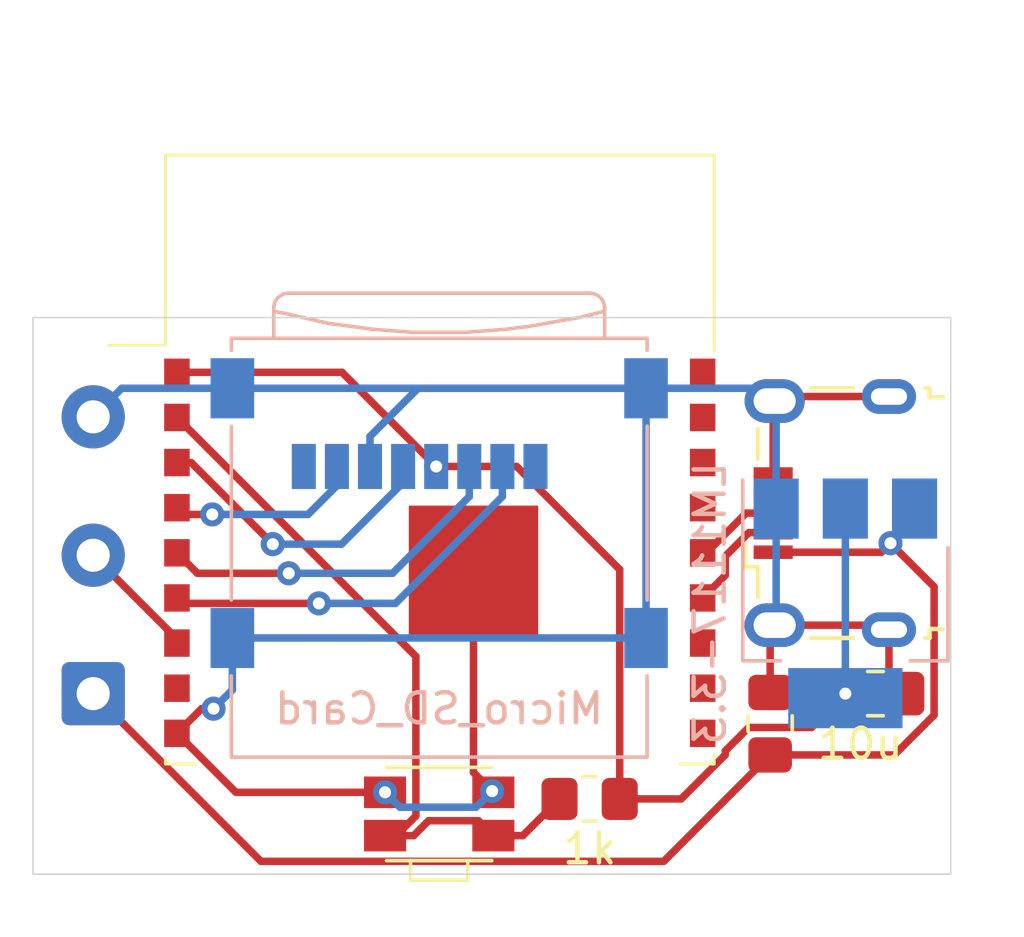
<source format=kicad_pcb>
(kicad_pcb (version 20211014) (generator pcbnew)
  (title_block (title "WS2812B 16x16 Matrix Display") (date "2022-02-15") (rev "1.0.0") (company "Willow Herron") (comment 1 "A simple display driver for a 16x16 matrix of WS2812B ARGB LEDs") (comment 2 "Reads an image from an SD card over SPI, and puts it to the display"))
  (layers (0 "F.Cu" signal) (31 "B.Cu" signal) (34 "B.Paste" user) (35 "F.Paste" user) (36 "B.SilkS" user "B.Silkscreen") (37 "F.SilkS" user "F.Silkscreen") (38 "B.Mask" user) (39 "F.Mask" user) (44 "Edge.Cuts" user))
  (net 0 "")
  (net 1 "GND")
  (net 2 "+5V")
  (net 3 "+3V3")
  (net 4 "D+")
  (net 5 "D-")
  (net 6 "LED_DAT")
  (net 7 "CS")
  (net 8 "MOSI")
  (net 9 "MISO")
  (net 10 "SCK")
  (net 11 "/Reset")
  (footprint "Capacitor_SMD:C_0805_2012Metric_Pad1.18x1.45mm_HandSolder" (layer "F.Cu") (at 158 99.312501)
    (fp_text reference "C2")
    (fp_text value "10u" (at -0.5 1.68) (layer "F.SilkS"))
    (fp_line (start -0.261252 -0.735) (end 0.261252 -0.735) (layer "F.SilkS") (width 0.12))
    (fp_line (start -0.261252 0.735) (end 0.261252 0.735) (layer "F.SilkS") (width 0.12))
    (pad "1" smd roundrect locked (at -1.0375 0) (size 1.175 1.45) (layers "F.Cu" "F.Paste" "F.Mask") (roundrect_rratio 0.2127659574) (net 3 "+3V3"))
    (pad "2" smd roundrect locked (at 1.0375 0) (size 1.175 1.45) (layers "F.Cu" "F.Paste" "F.Mask") (roundrect_rratio 0.2127659574) (net 1 "GND"))
  )
  (footprint "Connector_Wire:SolderWire-0.5sqmm_1x03_P4.6mm_D0.9mm_OD2.1mm" (layer "F.Cu") (at 132 99.312501 90)
    (fp_text reference "J2")
    (fp_text value "Conn_01x03")
    (pad "1" thru_hole roundrect locked (at 0 0 90) (size 2.1 2.1) (drill 1.1) (layers *.Cu *.Mask) (roundrect_rratio 0.1190480952) (net 2 "+5V"))
    (pad "2" thru_hole circle locked (at 4.6 0 90) (size 2.1 2.1) (drill 1.1) (layers *.Cu *.Mask) (net 6 "LED_DAT"))
    (pad "3" thru_hole circle locked (at 9.2 0 90) (size 2.1 2.1) (drill 1.1) (layers *.Cu *.Mask) (net 1 "GND"))
  )
  (footprint "Resistor_SMD:R_0805_2012Metric_Pad1.20x1.40mm_HandSolder" (layer "F.Cu") (at 148.5 102.812501)
    (fp_text reference "R1")
    (fp_text value "1k" (at 0 1.65) (layer "F.SilkS"))
    (fp_line (start -0.227064 -0.735) (end 0.227064 -0.735) (layer "F.SilkS") (width 0.12))
    (fp_line (start -0.227064 0.735) (end 0.227064 0.735) (layer "F.SilkS") (width 0.12))
    (pad "1" smd roundrect locked (at -1 0) (size 1.2 1.4) (layers "F.Cu" "F.Paste" "F.Mask") (roundrect_rratio 0.2083333333) (net 11 "/Reset"))
    (pad "2" smd roundrect locked (at 1 0) (size 1.2 1.4) (layers "F.Cu" "F.Paste" "F.Mask") (roundrect_rratio 0.2083333333) (net 3 "+3V3"))
  )
  (footprint "Button_Switch_SMD:SW_SPST_EVQP7C" (layer "F.Cu") (at 143.5 103.312501)
    (fp_text reference "SW1")
    (fp_text value "RESET")
    (fp_line (start -0.95 2.2) (end -0.95 1.55) (layer "F.SilkS") (width 0.12))
    (fp_line (start 0.95 1.55) (end 0.95 2.2) (layer "F.SilkS") (width 0.12))
    (fp_line (start -1.75 -1.55) (end 1.75 -1.55) (layer "F.SilkS") (width 0.12))
    (fp_line (start 1.75 1.55) (end -1.75 1.55) (layer "F.SilkS") (width 0.12))
    (fp_line (start 0.95 2.2) (end -0.95 2.2) (layer "F.SilkS") (width 0.12))
    (pad "" np_thru_hole circle locked (at 0 0.9) (size 0.7 0.7) (drill 0.7) (layers *.Cu *.Mask))
    (pad "" np_thru_hole circle locked (at 0 -0.9) (size 0.7 0.7) (drill 0.7) (layers *.Cu *.Mask))
    (pad "1" smd rect locked (at 1.8 -0.72) (size 1.4 1.05) (layers "F.Cu" "F.Paste" "F.Mask") (net 1 "GND"))
    (pad "1" smd rect locked (at -1.8 -0.72) (size 1.4 1.05) (layers "F.Cu" "F.Paste" "F.Mask") (net 1 "GND"))
    (pad "2" smd rect locked (at 1.8 0.72) (size 1.4 1.05) (layers "F.Cu" "F.Paste" "F.Mask") (net 11 "/Reset"))
    (pad "2" smd rect locked (at -1.8 0.72) (size 1.4 1.05) (layers "F.Cu" "F.Paste" "F.Mask") (net 11 "/Reset"))
  )
  (footprint "Connector_USB:USB_Micro-B_Wuerth_629105150521" (layer "F.Cu") (at 156.5 93.312501 90)
    (fp_text reference "J1")
    (fp_text value "USB_B_Micro")
    (fp_line (start -1.8 -2.825) (end -1.8 -2.4) (layer "F.SilkS") (width 0.15))
    (fp_line (start -4.15 -0.65) (end -4.15 0.75) (layer "F.SilkS") (width 0.15))
    (fp_line (start 4.15 3.3) (end 4.15 3.15) (layer "F.SilkS") (width 0.15))
    (fp_line (start -4.15 3.15) (end -4.15 3.3) (layer "F.SilkS") (width 0.15))
    (fp_line (start -1.075 -2.825) (end -1.8 -2.825) (layer "F.SilkS") (width 0.15))
    (fp_line (start -3.85 3.3) (end -3.85 3.75) (layer "F.SilkS") (width 0.15))
    (fp_line (start 1.8 -2.4) (end 2.8 -2.4) (layer "F.SilkS") (width 0.15))
    (fp_line (start 3.85 3.3) (end 4.15 3.3) (layer "F.SilkS") (width 0.15))
    (fp_line (start 4.15 0.75) (end 4.15 -0.65) (layer "F.SilkS") (width 0.15))
    (fp_line (start 3.85 3.75) (end 3.85 3.3) (layer "F.SilkS") (width 0.15))
    (fp_line (start -1.8 -2.4) (end -2.8 -2.4) (layer "F.SilkS") (width 0.15))
    (fp_line (start -4.15 3.3) (end -3.85 3.3) (layer "F.SilkS") (width 0.15))
    (pad "" np_thru_hole oval locked (at 2.5 -0.8 90) (size 0.8 0.8) (drill 0.8) (layers *.Cu *.Mask))
    (pad "" np_thru_hole oval locked (at -2.5 -0.8 90) (size 0.8 0.8) (drill 0.8) (layers *.Cu *.Mask))
    (pad "1" smd rect locked (at -1.3 -1.9 90) (size 0.45 1.3) (layers "F.Cu" "F.Paste" "F.Mask") (net 2 "+5V"))
    (pad "2" smd rect locked (at -0.65 -1.9 90) (size 0.45 1.3) (layers "F.Cu" "F.Paste" "F.Mask") (net 5 "D-"))
    (pad "3" smd rect locked (at 0 -1.9 90) (size 0.45 1.3) (layers "F.Cu" "F.Paste" "F.Mask") (net 4 "D+"))
    (pad "4" smd rect locked (at 0.65 -1.9 90) (size 0.45 1.3) (layers "F.Cu" "F.Paste" "F.Mask"))
    (pad "5" smd rect locked (at 1.3 -1.9 90) (size 0.45 1.3) (layers "F.Cu" "F.Paste" "F.Mask") (net 1 "GND"))
    (pad "6" thru_hole oval locked (at -3.875 1.95 90) (size 1.15 1.8) (drill oval 0.55 1.2) (layers *.Cu *.Mask) (net 1 "GND"))
    (pad "6" thru_hole oval locked (at -3.725 -1.85 90) (size 1.45 2) (drill oval 0.85 1.4) (layers *.Cu *.Mask) (net 1 "GND"))
    (pad "6" thru_hole oval locked (at 3.725 -1.85 90) (size 1.45 2) (drill oval 0.85 1.4) (layers *.Cu *.Mask) (net 1 "GND"))
    (pad "6" thru_hole oval locked (at 3.875 1.95 90) (size 1.15 1.8) (drill oval 0.55 1.2) (layers *.Cu *.Mask) (net 1 "GND"))
  )
  (footprint "RF_Module:ESP-WROOM-02" (layer "F.Cu") (at 143.52 94.632501)
    (fp_text reference "U2")
    (fp_text value "ESP32-C3-WROOM-02")
    (fp_line (start -9.12 6.8) (end -9.12 7.02) (layer "F.SilkS") (width 0.1))
    (fp_line (start -9.12 -13.22) (end 9.12 -13.22) (layer "F.SilkS") (width 0.1))
    (fp_line (start -9.12 -6.9) (end -11 -6.9) (layer "F.SilkS") (width 0.1))
    (fp_line (start 9.12 -13.22) (end 9.12 -6.7) (layer "F.SilkS") (width 0.1))
    (fp_line (start -9.12 -13.22) (end -9.12 -6.9) (layer "F.SilkS") (width 0.1))
    (fp_line (start 9.12 6.7) (end 9.12 7) (layer "F.SilkS") (width 0.1))
    (fp_line (start -9.12 7.02) (end -8.1 7.02) (layer "F.SilkS") (width 0.1))
    (fp_line (start 8 7.02) (end 9.12 7.02) (layer "F.SilkS") (width 0.1))
    (pad "1" smd rect locked (at -8.7375 -6) (size 0.85 0.9125) (layers "F.Cu" "F.Paste" "F.Mask") (net 3 "+3V3"))
    (pad "2" smd rect locked (at -8.7375 -4.5) (size 0.85 0.9125) (layers "F.Cu" "F.Paste" "F.Mask") (net 11 "/Reset"))
    (pad "3" smd rect locked (at -8.7375 -3) (size 0.85 0.9125) (layers "F.Cu" "F.Paste" "F.Mask") (net 10 "SCK"))
    (pad "4" smd rect locked (at -8.7375 -1.5) (size 0.85 0.9125) (layers "F.Cu" "F.Paste" "F.Mask") (net 9 "MISO"))
    (pad "5" smd rect locked (at -8.7375 0) (size 0.85 0.9125) (layers "F.Cu" "F.Paste" "F.Mask") (net 8 "MOSI"))
    (pad "6" smd rect locked (at -8.7375 1.5) (size 0.85 0.9125) (layers "F.Cu" "F.Paste" "F.Mask") (net 7 "CS"))
    (pad "7" smd rect locked (at -8.7375 3) (size 0.85 0.9125) (layers "F.Cu" "F.Paste" "F.Mask") (net 6 "LED_DAT"))
    (pad "8" smd rect locked (at -8.7375 4.5) (size 0.85 0.9125) (layers "F.Cu" "F.Paste" "F.Mask"))
    (pad "9" smd rect locked (at -8.7375 6) (size 0.85 0.9125) (layers "F.Cu" "F.Paste" "F.Mask") (net 1 "GND"))
    (pad "10" smd rect locked (at 8.7375 6) (size 0.85 0.9125) (layers "F.Cu" "F.Paste" "F.Mask"))
    (pad "11" smd rect locked (at 8.7375 4.5) (size 0.85 0.9125) (layers "F.Cu" "F.Paste" "F.Mask"))
    (pad "12" smd rect locked (at 8.7375 3) (size 0.85 0.9125) (layers "F.Cu" "F.Paste" "F.Mask"))
    (pad "13" smd rect locked (at 8.7375 1.5) (size 0.85 0.9125) (layers "F.Cu" "F.Paste" "F.Mask") (net 5 "D-"))
    (pad "14" smd rect locked (at 8.7375 0) (size 0.85 0.9125) (layers "F.Cu" "F.Paste" "F.Mask") (net 4 "D+"))
    (pad "15" smd rect locked (at 8.7375 -1.5) (size 0.85 0.9125) (layers "F.Cu" "F.Paste" "F.Mask"))
    (pad "16" smd rect locked (at 8.7375 -3) (size 0.85 0.9125) (layers "F.Cu" "F.Paste" "F.Mask"))
    (pad "17" smd rect locked (at 8.7375 -4.5) (size 0.85 0.9125) (layers "F.Cu" "F.Paste" "F.Mask"))
    (pad "18" smd rect locked (at 8.7375 -6) (size 0.85 0.9125) (layers "F.Cu" "F.Paste" "F.Mask"))
    (pad "19" smd rect locked (at 1.12 0.58) (size 4.3 4.3) (layers "F.Cu" "F.Paste" "F.Mask") (net 1 "GND"))
  )
  (footprint "Capacitor_SMD:C_0805_2012Metric_Pad1.18x1.45mm_HandSolder" (layer "F.Cu") (at 154.5 100.312501 90)
    (fp_text reference "C1")
    (fp_text value "10u")
    (fp_line (start -0.261252 0.735) (end 0.261252 0.735) (layer "F.SilkS") (width 0.12))
    (fp_line (start -0.261252 -0.735) (end 0.261252 -0.735) (layer "F.SilkS") (width 0.12))
    (pad "1" smd roundrect locked (at -1.0375 0 90) (size 1.175 1.45) (layers "F.Cu" "F.Paste" "F.Mask") (roundrect_rratio 0.2127659574) (net 2 "+5V"))
    (pad "2" smd roundrect locked (at 1.0375 0 90) (size 1.175 1.45) (layers "F.Cu" "F.Paste" "F.Mask") (roundrect_rratio 0.2127659574) (net 1 "GND"))
  )
  (footprint "Connector_Card:microSD_HC_Wuerth_693072010801" (layer "B.Cu") (at 143.5 93.312501 180)
    (fp_text reference "J3")
    (fp_text value "Micro_SD_Card" (at 0 -6.5) (layer "B.SilkS") (effects (justify mirror)))
    (fp_line (start 6.91 2.89) (end 6.91 -2.89) (layer "B.SilkS") (width 0.12))
    (fp_line (start 5.5 5.81) (end 5.5 6.81) (layer "B.SilkS") (width 0.12))
    (fp_line (start 6.91 5.81) (end 6.91 5.41) (layer "B.SilkS") (width 0.12))
    (fp_line (start -4.7 6.51) (end -3 6.21) (layer "B.SilkS") (width 0.12))
    (fp_line (start 0.9 6.01) (end 2.2 6.11) (layer "B.SilkS") (width 0.12))
    (fp_line (start -6.91 5.81) (end 6.91 5.81) (layer "B.SilkS") (width 0.12))
    (fp_line (start -5 7.31) (end 5 7.31) (layer "B.SilkS") (width 0.12))
    (fp_line (start 2.2 6.11) (end 3.7 6.31) (layer "B.SilkS") (width 0.12))
    (fp_line (start -3 6.21) (end -2.2 6.11) (layer "B.SilkS") (width 0.12))
    (fp_line (start -5.5 6.71) (end -4.7 6.51) (layer "B.SilkS") (width 0.12))
    (fp_line (start -5.5 5.81) (end -5.5 6.81) (layer "B.SilkS") (width 0.12))
    (fp_line (start -2.2 6.11) (end -0.9 6.01) (layer "B.SilkS") (width 0.12))
    (fp_line (start -6.91 2.89) (end -6.91 -2.89) (layer "B.SilkS") (width 0.12))
    (fp_line (start -0.9 6.01) (end 0.9 6.01) (layer "B.SilkS") (width 0.12))
    (fp_line (start 3.7 6.31) (end 5 6.61) (layer "B.SilkS") (width 0.12))
    (fp_line (start -6.91 5.81) (end -6.91 5.41) (layer "B.SilkS") (width 0.12))
    (fp_line (start 6.91 -8.11) (end -6.91 -8.11) (layer "B.SilkS") (width 0.12))
    (fp_line (start 5 6.61) (end 5.5 6.71) (layer "B.SilkS") (width 0.12))
    (fp_line (start -6.91 -5.41) (end -6.91 -8.11) (layer "B.SilkS") (width 0.12))
    (fp_line (start 6.91 -5.41) (end 6.91 -8.11) (layer "B.SilkS") (width 0.12))
    (fp_arc (start -5 7.31) (mid -5.353553 7.163553) (end -5.5 6.81) (layer "B.SilkS") (width 0.12))
    (fp_arc (start 5.5 6.81) (mid 5.353553 7.163553) (end 5 7.31) (layer "B.SilkS") (width 0.12))
    (pad "1" smd rect locked (at -3.2 1.55 180) (size 0.8 1.5) (layers "B.Cu" "B.Paste" "B.Mask"))
    (pad "2" smd rect locked (at -2.1 1.55 180) (size 0.8 1.5) (layers "B.Cu" "B.Paste" "B.Mask") (net 7 "CS"))
    (pad "3" smd rect locked (at -1 1.55 180) (size 0.8 1.5) (layers "B.Cu" "B.Paste" "B.Mask") (net 8 "MOSI"))
    (pad "4" smd rect locked (at 0.1 1.55 180) (size 0.8 1.5) (layers "B.Cu" "B.Paste" "B.Mask") (net 3 "+3V3"))
    (pad "5" smd rect locked (at 1.2 1.55 180) (size 0.8 1.5) (layers "B.Cu" "B.Paste" "B.Mask") (net 10 "SCK"))
    (pad "6" smd rect locked (at 2.3 1.55 180) (size 0.8 1.5) (layers "B.Cu" "B.Paste" "B.Mask") (net 1 "GND"))
    (pad "7" smd rect locked (at 3.4 1.55 180) (size 0.8 1.5) (layers "B.Cu" "B.Paste" "B.Mask") (net 9 "MISO"))
    (pad "8" smd rect locked (at 4.5 1.55 180) (size 0.8 1.5) (layers "B.Cu" "B.Paste" "B.Mask"))
    (pad "9" smd rect locked (at 6.875 -4.15 180) (size 1.45 2) (layers "B.Cu" "B.Paste" "B.Mask") (net 1 "GND"))
    (pad "9" smd rect locked (at -6.875 -4.15 180) (size 1.45 2) (layers "B.Cu" "B.Paste" "B.Mask") (net 1 "GND"))
    (pad "9" smd rect locked (at 6.875 4.15 180) (size 1.45 2) (layers "B.Cu" "B.Paste" "B.Mask") (net 1 "GND"))
    (pad "9" smd rect locked (at -6.875 4.15 180) (size 1.45 2) (layers "B.Cu" "B.Paste" "B.Mask") (net 1 "GND"))
  )
  (footprint "Package_TO_SOT_SMD:SOT-223-3_TabPin2" (layer "B.Cu") (at 157 96.312501 -90)
    (fp_text reference "U1")
    (fp_text value "LM1117-3.3" (at 0 4.5 90) (layer "B.SilkS") (effects (justify mirror)))
    (fp_line (start 1.91 -3.41) (end 1.91 -2.15) (layer "B.SilkS") (width 0.12))
    (fp_line (start -4.1 3.41) (end 1.91 3.41) (layer "B.SilkS") (width 0.12))
    (fp_line (start 1.91 3.41) (end 1.91 2.15) (layer "B.SilkS") (width 0.12))
    (fp_line (start -1.85 -3.41) (end 1.91 -3.41) (layer "B.SilkS") (width 0.12))
    (pad "1" smd rect locked (at -3.15 2.3 270) (size 2 1.5) (layers "B.Cu" "B.Paste" "B.Mask") (net 1 "GND"))
    (pad "2" smd rect locked (at 3.15 0 270) (size 2 3.8) (layers "B.Cu" "B.Paste" "B.Mask") (net 3 "+3V3"))
    (pad "2" smd rect locked (at -3.15 0 270) (size 2 1.5) (layers "B.Cu" "B.Paste" "B.Mask") (net 3 "+3V3"))
    (pad "3" smd rect locked (at -3.15 -2.3 270) (size 2 1.5) (layers "B.Cu" "B.Paste" "B.Mask") (net 2 "+5V"))
  )
  (gr_line (start 130 86.812501) (end 160.5 86.812501) (layer "Edge.Cuts") (width 0.05))
  (gr_line (start 160.5 86.812501) (end 160.5 105.312501) (layer "Edge.Cuts") (width 0.05))
  (gr_line (start 160.5 105.312501) (end 130 105.312501) (layer "Edge.Cuts") (width 0.05))
  (gr_line (start 130 105.312501) (end 130 86.812501) (layer "Edge.Cuts") (width 0.05))
  (segment (start 141.7 102.592501) (end 136.7425 102.592501) (width 0.25) (layer "F.Cu") (net 1))
  (segment (start 145.26 102.552501) (end 145.3 102.592501) (width 0.25) (layer "F.Cu") (net 1))
  (segment (start 154.5 99.275001) (end 154.5 97.187501) (width 0.25) (layer "F.Cu") (net 1))
  (segment (start 154.8 89.437501) (end 154.65 89.587501) (width 0.25) (layer "F.Cu") (net 1))
  (segment (start 136 99.812501) (end 135.6025 99.812501) (width 0.25) (layer "F.Cu") (net 1))
  (segment (start 144.64 101.932501) (end 145.26 102.552501) (width 0.25) (layer "F.Cu") (net 1))
  (segment (start 154.65 97.037501) (end 158.3 97.037501) (width 0.25) (layer "F.Cu") (net 1))
  (segment (start 135.6025 99.812501) (end 134.7825 100.632501) (width 0.25) (layer "F.Cu") (net 1))
  (segment (start 158.3 97.037501) (end 158.45 97.187501) (width 0.25) (layer "F.Cu") (net 1))
  (segment (start 141.7 102.592501) (end 141.7 102.592501) (width 0.25) (layer "F.Cu") (net 1))
  (segment (start 158.45 89.437501) (end 154.8 89.437501) (width 0.25) (layer "F.Cu") (net 1))
  (segment (start 154.6 92.012501) (end 154.6 89.637501) (width 0.25) (layer "F.Cu") (net 1))
  (segment (start 158.45 98.725001) (end 159.0375 99.312501) (width 0.25) (layer "F.Cu") (net 1))
  (segment (start 154.5 97.187501) (end 154.65 97.037501) (width 0.25) (layer "F.Cu") (net 1))
  (segment (start 158.45 97.187501) (end 158.45 98.725001) (width 0.25) (layer "F.Cu") (net 1))
  (segment (start 144.64 95.212501) (end 144.64 101.932501) (width 0.25) (layer "F.Cu") (net 1))
  (segment (start 136.7425 102.592501) (end 134.7825 100.632501) (width 0.25) (layer "F.Cu") (net 1))
  (segment (start 154.6 89.637501) (end 154.65 89.587501) (width 0.25) (layer "F.Cu") (net 1))
  (via (at 136 99.812501) (size 0.8) (drill 0.4) (layers "F.Cu" "B.Cu") (net 1))
  (via (at 145.26 102.552501) (size 0.8) (drill 0.4) (layers "F.Cu" "B.Cu") (net 1))
  (via (at 141.7 102.592501) (size 0.8) (drill 0.4) (layers "F.Cu" "B.Cu") (net 1))
  (segment (start 150.375 89.162501) (end 136.625 89.162501) (width 0.25) (layer "B.Cu") (net 1))
  (segment (start 154.7 93.162501) (end 154.7 89.637501) (width 0.25) (layer "B.Cu") (net 1))
  (segment (start 150.375 97.462501) (end 136.625 97.462501) (width 0.25) (layer "B.Cu") (net 1))
  (segment (start 136.625 97.462501) (end 136.625 99.187501) (width 0.25) (layer "B.Cu") (net 1))
  (segment (start 141.7 102.592501) (end 142.195001 103.087502) (width 0.25) (layer "B.Cu") (net 1))
  (segment (start 142.8 89.162501) (end 150.375 89.162501) (width 0.25) (layer "B.Cu") (net 1))
  (segment (start 150.375 89.162501) (end 154.225 89.162501) (width 0.25) (layer "B.Cu") (net 1))
  (segment (start 154.7 89.637501) (end 154.65 89.587501) (width 0.25) (layer "B.Cu") (net 1))
  (segment (start 136.625 99.187501) (end 136 99.812501) (width 0.25) (layer "B.Cu") (net 1))
  (segment (start 141.2 91.762501) (end 141.2 90.762501) (width 0.25) (layer "B.Cu") (net 1))
  (segment (start 150.375 89.162501) (end 150.375 97.462501) (width 0.25) (layer "B.Cu") (net 1))
  (segment (start 132.95 89.162501) (end 132 90.112501) (width 0.25) (layer "B.Cu") (net 1))
  (segment (start 144.724999 103.087502) (end 145.26 102.552501) (width 0.25) (layer "B.Cu") (net 1))
  (segment (start 142.195001 103.087502) (end 144.724999 103.087502) (width 0.25) (layer "B.Cu") (net 1))
  (segment (start 154.7 96.987501) (end 154.65 97.037501) (width 0.25) (layer "B.Cu") (net 1))
  (segment (start 141.2 90.762501) (end 142.8 89.162501) (width 0.25) (layer "B.Cu") (net 1))
  (segment (start 136.625 89.162501) (end 132.95 89.162501) (width 0.25) (layer "B.Cu") (net 1))
  (segment (start 154.7 93.162501) (end 154.7 96.987501) (width 0.25) (layer "B.Cu") (net 1))
  (segment (start 154.225 89.162501) (end 154.65 89.587501) (width 0.25) (layer "B.Cu") (net 1))
  (segment (start 158.62569 101.350001) (end 154.5 101.350001) (width 0.25) (layer "F.Cu") (net 2))
  (segment (start 158.2 94.612501) (end 158.5 94.312501) (width 0.25) (layer "F.Cu") (net 2))
  (segment (start 159.95001 100.025681) (end 158.62569 101.350001) (width 0.25) (layer "F.Cu") (net 2))
  (segment (start 154.6 94.612501) (end 158.2 94.612501) (width 0.25) (layer "F.Cu") (net 2))
  (segment (start 150.962499 104.887502) (end 137.575001 104.887502) (width 0.25) (layer "F.Cu") (net 2))
  (segment (start 158.5 94.312501) (end 159.95001 95.762511) (width 0.25) (layer "F.Cu") (net 2))
  (segment (start 159.95001 95.762511) (end 159.95001 100.025681) (width 0.25) (layer "F.Cu") (net 2))
  (segment (start 137.575001 104.887502) (end 132 99.312501) (width 0.25) (layer "F.Cu") (net 2))
  (segment (start 154.5 101.350001) (end 150.962499 104.887502) (width 0.25) (layer "F.Cu") (net 2))
  (via (at 158.5 94.312501) (size 0.8) (drill 0.4) (layers "F.Cu" "B.Cu") (net 2))
  (segment (start 159.3 93.162501) (end 159.3 93.512501) (width 0.25) (layer "B.Cu") (net 2))
  (segment (start 159.3 93.512501) (end 158.5 94.312501) (width 0.25) (layer "B.Cu") (net 2))
  (segment (start 155.87501 100.437491) (end 153.78682 100.437491) (width 0.25) (layer "F.Cu") (net 3))
  (segment (start 153.007501 101.348752) (end 151.543752 102.812501) (width 0.25) (layer "F.Cu") (net 3))
  (segment (start 143.4 91.762501) (end 146.075002 91.762501) (width 0.25) (layer "F.Cu") (net 3))
  (segment (start 151.543752 102.812501) (end 149.5 102.812501) (width 0.25) (layer "F.Cu") (net 3))
  (segment (start 153.007501 101.21681) (end 153.007501 101.348752) (width 0.25) (layer "F.Cu") (net 3))
  (segment (start 134.7825 88.632501) (end 140.27 88.632501) (width 0.25) (layer "F.Cu") (net 3))
  (segment (start 140.27 88.632501) (end 143.4 91.762501) (width 0.25) (layer "F.Cu") (net 3))
  (segment (start 149.5 95.187499) (end 149.5 102.812501) (width 0.25) (layer "F.Cu") (net 3))
  (segment (start 157 99.312501) (end 155.87501 100.437491) (width 0.25) (layer "F.Cu") (net 3))
  (segment (start 146.075002 91.762501) (end 149.5 95.187499) (width 0.25) (layer "F.Cu") (net 3))
  (segment (start 153.78682 100.437491) (end 153.007501 101.21681) (width 0.25) (layer "F.Cu") (net 3))
  (via (at 143.4 91.762501) (size 0.8) (drill 0.4) (layers "F.Cu" "B.Cu") (net 3))
  (via (at 157 99.312501) (size 0.8) (drill 0.4) (layers "F.Cu" "B.Cu") (net 3))
  (segment (start 157 99.312501) (end 157 99.462501) (width 0.25) (layer "B.Cu") (net 3))
  (segment (start 157 93.162501) (end 157 99.312501) (width 0.25) (layer "B.Cu") (net 3))
  (segment (start 154.6 93.312501) (end 153.7 93.312501) (width 0.25) (layer "F.Cu") (net 4))
  (segment (start 153.7 93.312501) (end 152.38 94.632501) (width 0.25) (layer "F.Cu") (net 4))
  (segment (start 152.38 94.632501) (end 152.2575 94.632501) (width 0.25) (layer "F.Cu") (net 4))
  (segment (start 154.6 93.962501) (end 153.789998 93.962501) (width 0.25) (layer "F.Cu") (net 5))
  (segment (start 153.007501 94.744998) (end 153.007501 95.3825) (width 0.25) (layer "F.Cu") (net 5))
  (segment (start 153.789998 93.962501) (end 153.007501 94.744998) (width 0.25) (layer "F.Cu") (net 5))
  (segment (start 153.007501 95.3825) (end 152.2575 96.132501) (width 0.25) (layer "F.Cu") (net 5))
  (segment (start 132 94.712501) (end 134.7825 97.495001) (width 0.25) (layer "F.Cu") (net 6))
  (segment (start 134.7825 97.495001) (end 134.7825 97.632501) (width 0.25) (layer "F.Cu") (net 6))
  (segment (start 134.9625 96.312501) (end 134.7825 96.132501) (width 0.25) (layer "F.Cu") (net 7))
  (segment (start 139.5 96.312501) (end 134.9625 96.312501) (width 0.25) (layer "F.Cu") (net 7))
  (via (at 139.5 96.312501) (size 0.8) (drill 0.4) (layers "F.Cu" "B.Cu") (net 7))
  (segment (start 145.6 91.762501) (end 145.6 92.762501) (width 0.25) (layer "B.Cu") (net 7))
  (segment (start 145.6 92.762501) (end 142.05 96.312501) (width 0.25) (layer "B.Cu") (net 7))
  (segment (start 142.05 96.312501) (end 139.5 96.312501) (width 0.25) (layer "B.Cu") (net 7))
  (segment (start 135.4625 95.312501) (end 138.5 95.312501) (width 0.25) (layer "F.Cu") (net 8))
  (segment (start 134.7825 94.632501) (end 135.4625 95.312501) (width 0.25) (layer "F.Cu") (net 8))
  (via (at 138.5 95.312501) (size 0.8) (drill 0.4) (layers "F.Cu" "B.Cu") (net 8))
  (segment (start 138.5 95.312501) (end 141.95 95.312501) (width 0.25) (layer "B.Cu") (net 8))
  (segment (start 144.5 92.762501) (end 144.5 91.762501) (width 0.25) (layer "B.Cu") (net 8))
  (segment (start 141.95 95.312501) (end 144.5 92.762501) (width 0.25) (layer "B.Cu") (net 8))
  (segment (start 135.955944 93.356557) (end 135.006556 93.356557) (width 0.25) (layer "F.Cu") (net 9))
  (segment (start 135.006556 93.356557) (end 134.7825 93.132501) (width 0.25) (layer "F.Cu") (net 9))
  (via (at 135.955944 93.356557) (size 0.8) (drill 0.4) (layers "F.Cu" "B.Cu") (net 9))
  (segment (start 140.1 92.397503) (end 139.140946 93.356557) (width 0.25) (layer "B.Cu") (net 9))
  (segment (start 140.1 91.762501) (end 140.1 92.397503) (width 0.25) (layer "B.Cu") (net 9))
  (segment (start 139.140946 93.356557) (end 135.955944 93.356557) (width 0.25) (layer "B.Cu") (net 9))
  (segment (start 135.257194 91.632501) (end 137.968597 94.343904) (width 0.25) (layer "F.Cu") (net 10))
  (segment (start 134.7825 91.632501) (end 135.257194 91.632501) (width 0.25) (layer "F.Cu") (net 10))
  (via (at 137.968597 94.343904) (size 0.8) (drill 0.4) (layers "F.Cu" "B.Cu") (net 10))
  (segment (start 142.3 92.298911) (end 142.3 91.762501) (width 0.25) (layer "B.Cu") (net 10))
  (segment (start 140.255007 94.343904) (end 142.3 92.298911) (width 0.25) (layer "B.Cu") (net 10))
  (segment (start 137.968597 94.343904) (end 140.255007 94.343904) (width 0.25) (layer "B.Cu") (net 10))
  (segment (start 142.65 104.032501) (end 143.145001 103.5375) (width 0.25) (layer "F.Cu") (net 11))
  (segment (start 146.28 104.032501) (end 145.3 104.032501) (width 0.25) (layer "F.Cu") (net 11))
  (segment (start 144.804999 103.5375) (end 145.3 104.032501) (width 0.25) (layer "F.Cu") (net 11))
  (segment (start 134.7825 90.132501) (end 142.725001 98.075002) (width 0.25) (layer "F.Cu") (net 11))
  (segment (start 143.145001 103.5375) (end 144.804999 103.5375) (width 0.25) (layer "F.Cu") (net 11))
  (segment (start 142.725001 103.377502) (end 142.070002 104.032501) (width 0.25) (layer "F.Cu") (net 11))
  (segment (start 142.725001 98.075002) (end 142.725001 103.377502) (width 0.25) (layer "F.Cu") (net 11))
  (segment (start 141.7 104.032501) (end 142.65 104.032501) (width 0.25) (layer "F.Cu") (net 11))
  (segment (start 147.5 102.812501) (end 146.28 104.032501) (width 0.25) (layer "F.Cu") (net 11))
  (segment (start 142.070002 104.032501) (end 141.7 104.032501) (width 0.25) (layer "F.Cu") (net 11))
)
</source>
